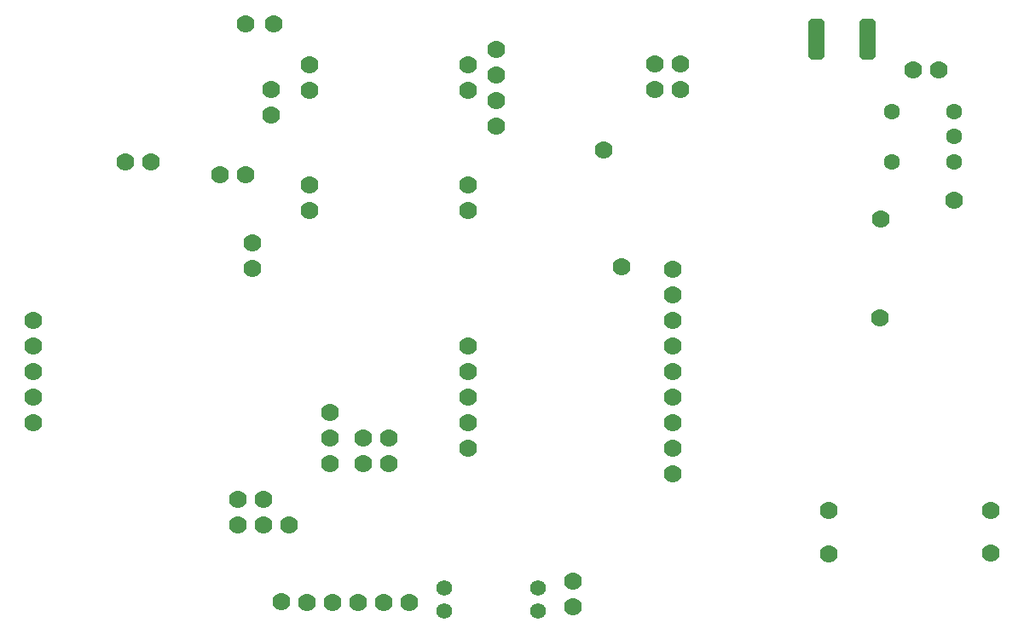
<source format=gbs>
*
*
G04 PADS9.1 Build Number: 384028 generated Gerber (RS-274-X) file*
G04 PC Version=2.1*
*
%IN "PSDR_00BB.pcb"*%
*
%MOIN*%
*
%FSLAX35Y35*%
*
*
*
*
G04 PC Standard Apertures*
*
*
G04 Thermal Relief Aperture macro.*
%AMTER*
1,1,$1,0,0*
1,0,$1-$2,0,0*
21,0,$3,$4,0,0,45*
21,0,$3,$4,0,0,135*
%
*
*
G04 Annular Aperture macro.*
%AMANN*
1,1,$1,0,0*
1,0,$2,0,0*
%
*
*
G04 Odd Aperture macro.*
%AMODD*
1,1,$1,0,0*
1,0,$1-0.005,0,0*
%
*
*
G04 PC Custom Aperture Macros*
*
*
*
*
*
*
G04 PC Aperture Table*
*
%ADD042C,0.001*%
%ADD048C,0.07*%
%ADD053C,0.002*%
%ADD072C,0.062*%
%ADD149C,0.032*%
%ADD152C,0.063*%
*
*
*
*
G04 PC Circuitry*
G04 Layer Name PSDR_00BB.pcb - circuitry*
%LPD*%
*
*
G04 PC Custom Flashes*
G04 Layer Name PSDR_00BB.pcb - flashes*
%LPD*%
*
*
G04 PC Circuitry*
G04 Layer Name PSDR_00BB.pcb - circuitry*
%LPD*%
*
G54D42*
G54D48*
G01X159801Y284100D03*
X149801D03*
X206901Y312300D03*
X208000Y338000D03*
X197000D03*
X206901Y302300D03*
X199401Y252300D03*
X196801Y279100D03*
X186801D03*
X199401Y242300D03*
X488201Y147600D03*
Y131000D03*
X283801Y312100D03*
X294801Y298100D03*
X356901Y322300D03*
Y312300D03*
X221801Y312100D03*
Y322100D03*
X283801D03*
X294801Y328100D03*
Y318100D03*
Y308100D03*
X283801Y172100D03*
Y192100D03*
Y182100D03*
Y212100D03*
Y202100D03*
Y265100D03*
X221801D03*
X283801Y275100D03*
X221801D03*
X193801Y142100D03*
X203801Y152100D03*
X193801D03*
X213801Y142100D03*
X203801D03*
X363894Y242037D03*
Y232037D03*
Y222037D03*
Y212037D03*
Y202037D03*
Y192037D03*
Y182037D03*
Y172037D03*
Y162037D03*
X113894Y222037D03*
Y212037D03*
Y202037D03*
Y192037D03*
Y182037D03*
X445201Y261900D03*
X445000Y223000D03*
X344000Y243000D03*
X336901Y288800D03*
X424901Y130800D03*
Y147800D03*
X366901Y322300D03*
Y312300D03*
X325000Y110000D03*
X220901Y111800D03*
X230901D03*
X240901D03*
X250901D03*
X260901D03*
X211000Y112000D03*
X325000Y120000D03*
X468000Y320000D03*
X474000Y269000D03*
X458000Y320000D03*
X243000Y176000D03*
X253000D03*
X243000Y166000D03*
X253000D03*
X230000D03*
Y176000D03*
Y186000D03*
G54D53*
X115748Y336220D03*
X477953D03*
X194488Y115748D03*
X363780D03*
G54D72*
X311108Y108415D03*
Y117273D03*
X274494D03*
Y108415D03*
X311108Y117273D03*
X274494D03*
G54D149*
X438600Y338400D02*
X441400D01*
Y325600*
X438600*
Y338400*
Y327200D02*
X441400D01*
X438600Y330400D02*
X441400D01*
X438600Y333600D02*
X441400D01*
X438600Y336800D02*
X441400D01*
X439200Y325600D02*
Y338400D01*
X418600D02*
X421400D01*
Y325600*
X418600*
Y338400*
Y327200D02*
X421400D01*
X418600Y330400D02*
X421400D01*
X418600Y333600D02*
X421400D01*
X418600Y336800D02*
X421400D01*
X420000Y325600D02*
Y338400D01*
G54D152*
X474000Y303843D03*
Y284157D03*
Y294000D03*
X449394Y303843D03*
Y284157D03*
X0Y0D02*
M02*

</source>
